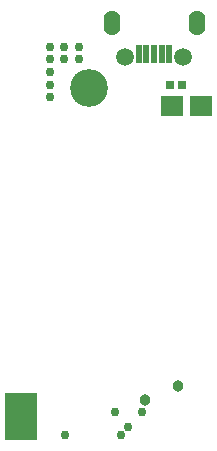
<source format=gts>
%FSLAX25Y25*%
%MOIN*%
G70*
G01*
G75*
G04 Layer_Color=8388736*
%ADD10R,0.01575X0.05315*%
%ADD11R,0.09843X0.01378*%
%ADD12R,0.02362X0.01969*%
%ADD13R,0.06693X0.06299*%
%ADD14C,0.04000*%
%ADD15C,0.01000*%
%ADD16C,0.02000*%
%ADD17C,0.01400*%
%ADD18C,0.05118*%
%ADD19O,0.04724X0.07480*%
%ADD20C,0.11811*%
%ADD21C,0.02200*%
%ADD22C,0.03000*%
%ADD23C,0.00500*%
%ADD24C,0.00394*%
%ADD25C,0.00600*%
%ADD26R,0.02375X0.06115*%
%ADD27R,0.10642X0.02178*%
%ADD28R,0.03162X0.02769*%
%ADD29R,0.07493X0.07099*%
%ADD30C,0.05918*%
%ADD31O,0.05524X0.08280*%
%ADD32C,0.12611*%
%ADD33C,0.03800*%
D22*
X24681Y130921D02*
D03*
Y126700D02*
D03*
X19931Y130921D02*
D03*
Y126700D02*
D03*
X15181Y114035D02*
D03*
Y118257D02*
D03*
Y122478D02*
D03*
Y126700D02*
D03*
Y130921D02*
D03*
X20181Y1535D02*
D03*
X45681Y9035D02*
D03*
X36681D02*
D03*
X38681Y1535D02*
D03*
X41181Y4035D02*
D03*
D26*
X54921Y128575D02*
D03*
X52362Y128575D02*
D03*
X49803Y128575D02*
D03*
X44685Y128575D02*
D03*
X47244D02*
D03*
D27*
X5512Y787D02*
D03*
Y2756D02*
D03*
Y4724D02*
D03*
Y6693D02*
D03*
Y8661D02*
D03*
Y10630D02*
D03*
Y12598D02*
D03*
Y14567D02*
D03*
D28*
X59063Y117984D02*
D03*
X55126D02*
D03*
D29*
X55650Y110984D02*
D03*
X65539D02*
D03*
D30*
X40256Y127295D02*
D03*
X59350D02*
D03*
D31*
X35630Y138713D02*
D03*
X63976D02*
D03*
D32*
X28150Y117256D02*
D03*
D33*
X57752Y17661D02*
D03*
X46722Y12961D02*
D03*
M02*

</source>
